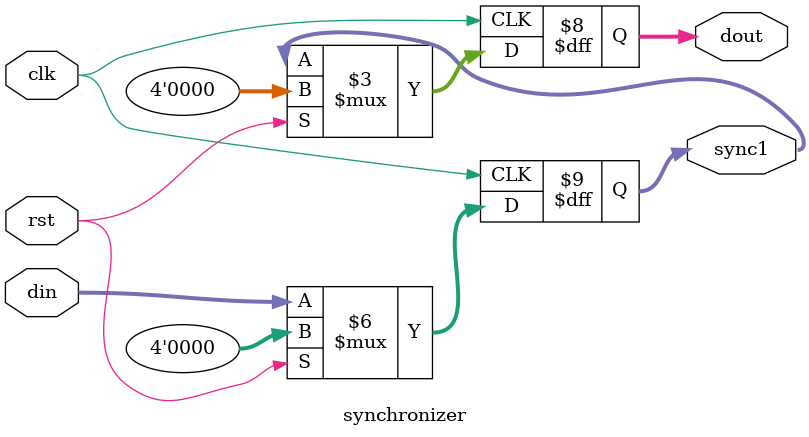
<source format=v>
module synchronizer (
  input clk, rst, 
  input [3:0]din, 
  output reg [3:0]dout,
  output reg [3:0]sync1
);



  always @(posedge clk) begin
    if (rst) begin
      sync1 <= 0;
      dout  <= 0;
    end 
    else begin
      sync1 <= din;
      dout  <= sync1;
    end
    
  end

endmodule

</source>
